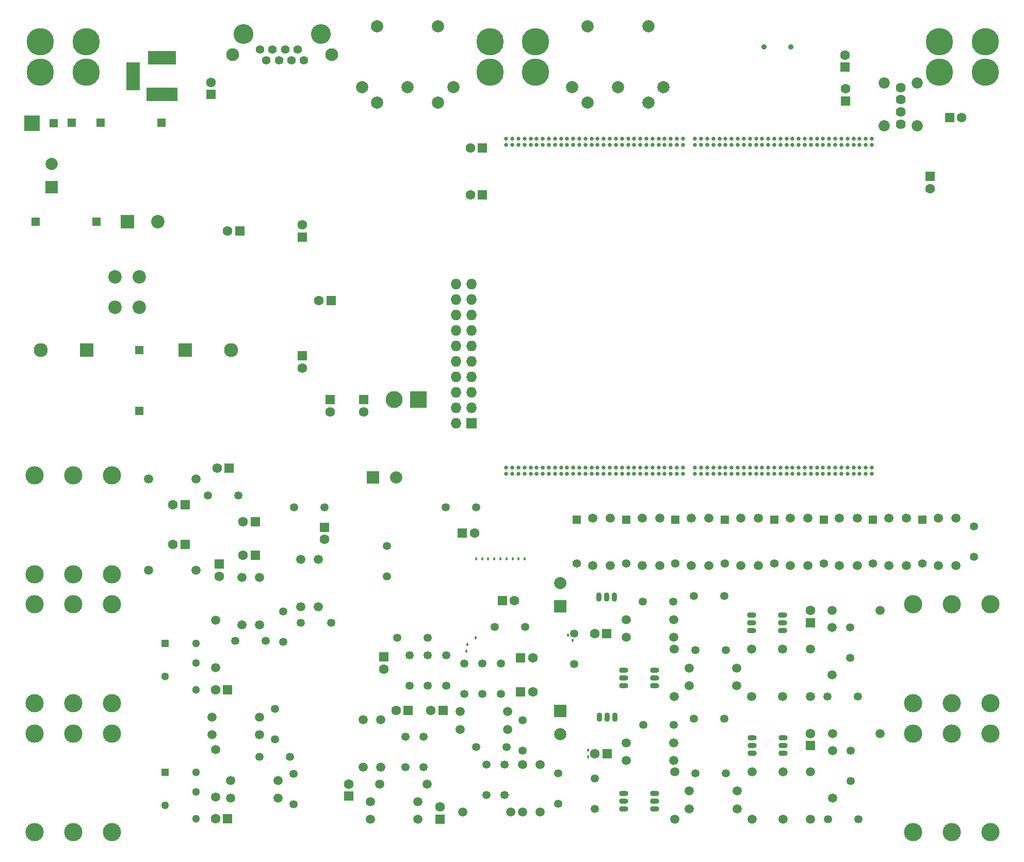
<source format=gbs>
%FSLAX34Y34*%
G04 Gerber Fmt 3.4, Leading zero omitted, Abs format*
G04 (created by PCBNEW (2014-03-19 BZR 4756)-product) date Ter 03 Jun 2014 10:49:18 BRT*
%MOIN*%
G01*
G70*
G90*
G04 APERTURE LIST*
%ADD10C,0.005906*%
%ADD11C,0.053150*%
%ADD12R,0.055118X0.055118*%
%ADD13C,0.055118*%
%ADD14C,0.059055*%
%ADD15C,0.018000*%
%ADD16R,0.062992X0.062992*%
%ADD17C,0.062992*%
%ADD18O,0.059100X0.035400*%
%ADD19O,0.035400X0.059100*%
%ADD20C,0.026000*%
%ADD21R,0.053150X0.053150*%
%ADD22R,0.078700X0.078700*%
%ADD23C,0.078700*%
%ADD24R,0.086614X0.086614*%
%ADD25C,0.086614*%
%ADD26R,0.090551X0.090551*%
%ADD27C,0.090551*%
%ADD28C,0.118110*%
%ADD29C,0.063780*%
%ADD30C,0.072835*%
%ADD31C,0.035433*%
%ADD32C,0.082677*%
%ADD33C,0.128000*%
%ADD34C,0.078740*%
%ADD35R,0.181102X0.090551*%
%ADD36R,0.200787X0.090551*%
%ADD37R,0.090551X0.181102*%
%ADD38C,0.051181*%
%ADD39R,0.051181X0.051181*%
%ADD40R,0.068000X0.068000*%
%ADD41O,0.068000X0.068000*%
%ADD42R,0.098425X0.098425*%
%ADD43R,0.110000X0.110000*%
%ADD44C,0.110000*%
%ADD45C,0.177165*%
G04 APERTURE END LIST*
G54D10*
G54D11*
X24395Y-36169D03*
X24395Y-34200D03*
G54D12*
X49425Y-32501D03*
G54D13*
X49425Y-35336D03*
G54D12*
X55803Y-32501D03*
G54D13*
X55803Y-35336D03*
G54D12*
X52614Y-32501D03*
G54D13*
X52614Y-35336D03*
G54D12*
X58992Y-32501D03*
G54D13*
X58992Y-35336D03*
G54D14*
X50448Y-32383D03*
X50448Y-35454D03*
X56826Y-32383D03*
X56826Y-35454D03*
X51590Y-32383D03*
X51590Y-35454D03*
X57968Y-32383D03*
X57968Y-35454D03*
X53637Y-32383D03*
X53637Y-35454D03*
X60015Y-32383D03*
X60015Y-35454D03*
X54779Y-32383D03*
X54779Y-35454D03*
X61157Y-32383D03*
X61157Y-35454D03*
X48391Y-32383D03*
X48391Y-35454D03*
X42013Y-32383D03*
X42013Y-35454D03*
X47250Y-32383D03*
X47250Y-35454D03*
X40872Y-32383D03*
X40872Y-35454D03*
X45202Y-32383D03*
X45202Y-35454D03*
X38824Y-32383D03*
X38824Y-35454D03*
X44061Y-32383D03*
X44061Y-35454D03*
X37683Y-32383D03*
X37683Y-35454D03*
G54D12*
X46226Y-32501D03*
G54D13*
X46226Y-35336D03*
G54D12*
X39848Y-32501D03*
G54D13*
X39848Y-35336D03*
G54D12*
X43037Y-32501D03*
G54D13*
X43037Y-35336D03*
G54D12*
X36659Y-32501D03*
G54D13*
X36659Y-35336D03*
G54D15*
X30110Y-40112D03*
X29534Y-40996D03*
X29590Y-40554D03*
G54D11*
X31753Y-43763D03*
X31753Y-41795D03*
G54D16*
X33031Y-41437D03*
G54D17*
X33818Y-41437D03*
G54D11*
X30570Y-43763D03*
X30570Y-41795D03*
G54D16*
X33031Y-43622D03*
G54D17*
X33818Y-43622D03*
G54D11*
X29389Y-43763D03*
X29389Y-41795D03*
G54D16*
X28011Y-44822D03*
G54D17*
X27224Y-44822D03*
G54D11*
X28210Y-43210D03*
X28210Y-41242D03*
G54D16*
X25767Y-44822D03*
G54D17*
X24980Y-44822D03*
G54D11*
X27029Y-43210D03*
X27029Y-41242D03*
X25848Y-43210D03*
X25848Y-41242D03*
X33307Y-39429D03*
X31338Y-39429D03*
G54D16*
X31850Y-37736D03*
G54D17*
X32637Y-37736D03*
G54D16*
X24173Y-41358D03*
G54D17*
X24173Y-42145D03*
G54D11*
X25061Y-40120D03*
X27029Y-40120D03*
G54D14*
X13307Y-42047D03*
X13307Y-38976D03*
X13307Y-50413D03*
X13307Y-47342D03*
X18828Y-35049D03*
X18828Y-38120D03*
X15015Y-36236D03*
X15015Y-39307D03*
X13094Y-46405D03*
X16165Y-46405D03*
X14275Y-50488D03*
X17346Y-50488D03*
X19970Y-35049D03*
X19970Y-38120D03*
X16157Y-36236D03*
X16157Y-39307D03*
X13094Y-45263D03*
X16165Y-45263D03*
X14275Y-49346D03*
X17346Y-49346D03*
G54D16*
X15885Y-32618D03*
G54D17*
X15098Y-32618D03*
G54D16*
X15885Y-34803D03*
G54D17*
X15098Y-34803D03*
G54D16*
X14094Y-43484D03*
G54D17*
X13307Y-43484D03*
G54D16*
X14094Y-51830D03*
G54D17*
X13307Y-51830D03*
G54D11*
X18820Y-39147D03*
X20789Y-39147D03*
X14602Y-40330D03*
X16570Y-40330D03*
X17145Y-46692D03*
X17145Y-44724D03*
X18370Y-50901D03*
X18370Y-48933D03*
X17696Y-38425D03*
X17696Y-40393D03*
X16141Y-47814D03*
X18110Y-47814D03*
G54D14*
X33159Y-51397D03*
X33159Y-48326D03*
X34301Y-51397D03*
X34301Y-48326D03*
X32372Y-51397D03*
X29301Y-51397D03*
X26397Y-50728D03*
X23326Y-50728D03*
X23326Y-51870D03*
X26397Y-51870D03*
X32185Y-44901D03*
X29114Y-44901D03*
X32185Y-46043D03*
X29114Y-46043D03*
X23907Y-49586D03*
X26978Y-49586D03*
X22854Y-48503D03*
X22854Y-45433D03*
X23996Y-45413D03*
X23996Y-48484D03*
G54D11*
X30816Y-50295D03*
X30816Y-48326D03*
X31998Y-50295D03*
X31998Y-48326D03*
X26761Y-48484D03*
X26761Y-46515D03*
X25580Y-48484D03*
X25580Y-46515D03*
X35462Y-48877D03*
X35462Y-50846D03*
G54D16*
X27814Y-51850D03*
G54D17*
X27814Y-51062D03*
G54D11*
X33169Y-47421D03*
X33169Y-45452D03*
X32135Y-47204D03*
X30167Y-47204D03*
G54D16*
X21909Y-50374D03*
G54D17*
X21909Y-49586D03*
G54D11*
X44212Y-37421D03*
X46181Y-37421D03*
X54330Y-39468D03*
X54330Y-41437D03*
G54D16*
X51751Y-39153D03*
G54D17*
X51751Y-38366D03*
G54D11*
X46279Y-40925D03*
X44311Y-40925D03*
X40925Y-37795D03*
X42893Y-37795D03*
G54D16*
X38602Y-39862D03*
G54D17*
X37814Y-39862D03*
G54D11*
X36496Y-41830D03*
X36496Y-39862D03*
G54D18*
X49960Y-39153D03*
X49960Y-38653D03*
X49960Y-39653D03*
X47952Y-39153D03*
X47952Y-38653D03*
X47952Y-39653D03*
X41673Y-42736D03*
X41673Y-42236D03*
X41673Y-43236D03*
X39685Y-42736D03*
X39685Y-42236D03*
X39685Y-43236D03*
G54D19*
X38602Y-37500D03*
X38102Y-37500D03*
X39102Y-37500D03*
G54D14*
X53169Y-38366D03*
X56240Y-38366D03*
X53169Y-39468D03*
X53169Y-42539D03*
X51751Y-43917D03*
X51751Y-40846D03*
X49960Y-43917D03*
X49960Y-40846D03*
X47952Y-43917D03*
X47952Y-40846D03*
X43917Y-43228D03*
X46988Y-43228D03*
X43917Y-42086D03*
X46988Y-42086D03*
X42913Y-40098D03*
X39842Y-40098D03*
X42952Y-40846D03*
X42952Y-43917D03*
X42913Y-38956D03*
X39842Y-38956D03*
X42933Y-46909D03*
X39862Y-46909D03*
X42972Y-48799D03*
X42972Y-51870D03*
X42933Y-48051D03*
X39862Y-48051D03*
X43937Y-50039D03*
X47007Y-50039D03*
X43937Y-51181D03*
X47007Y-51181D03*
X47972Y-51870D03*
X47972Y-48799D03*
X49980Y-51870D03*
X49980Y-48799D03*
X51771Y-51870D03*
X51771Y-48799D03*
X53188Y-47421D03*
X53188Y-50492D03*
X53188Y-46318D03*
X56259Y-46318D03*
G54D19*
X38622Y-45255D03*
X38122Y-45255D03*
X39122Y-45255D03*
G54D18*
X39704Y-50688D03*
X39704Y-50188D03*
X39704Y-51188D03*
X41692Y-50688D03*
X41692Y-50188D03*
X41692Y-51188D03*
X47972Y-47106D03*
X47972Y-46606D03*
X47972Y-47606D03*
X49980Y-47106D03*
X49980Y-46606D03*
X49980Y-47606D03*
G54D11*
X37834Y-51181D03*
X37834Y-49212D03*
G54D16*
X38622Y-47618D03*
G54D17*
X37834Y-47618D03*
G54D11*
X40944Y-45748D03*
X42913Y-45748D03*
X46299Y-48877D03*
X44330Y-48877D03*
G54D16*
X51771Y-47106D03*
G54D17*
X51771Y-46318D03*
G54D11*
X54350Y-47421D03*
X54350Y-49389D03*
X44232Y-45374D03*
X46200Y-45374D03*
G54D20*
X55720Y-29133D03*
X55720Y-29527D03*
X55326Y-29133D03*
X55326Y-29527D03*
X54933Y-29133D03*
X54933Y-29527D03*
X54539Y-29133D03*
X54539Y-29527D03*
X54145Y-29133D03*
X54145Y-29527D03*
X53751Y-29133D03*
X53751Y-29527D03*
X53358Y-29133D03*
X53358Y-29527D03*
X52964Y-29133D03*
X52964Y-29527D03*
X52570Y-29133D03*
X52570Y-29527D03*
X52177Y-29133D03*
X52177Y-29527D03*
X51783Y-29133D03*
X51783Y-29527D03*
X51389Y-29133D03*
X51389Y-29527D03*
X50996Y-29133D03*
X50996Y-29527D03*
X50602Y-29133D03*
X50602Y-29527D03*
X50208Y-29133D03*
X50208Y-29527D03*
X49814Y-29133D03*
X49814Y-29527D03*
X49421Y-29133D03*
X49421Y-29527D03*
X49027Y-29133D03*
X49027Y-29527D03*
X48633Y-29133D03*
X48633Y-29527D03*
X48240Y-29133D03*
X48240Y-29527D03*
X47846Y-29133D03*
X47846Y-29527D03*
X47452Y-29133D03*
X47452Y-29527D03*
X47059Y-29133D03*
X47059Y-29527D03*
X46665Y-29133D03*
X46665Y-29527D03*
X46271Y-29133D03*
X46271Y-29527D03*
X45877Y-29133D03*
X45877Y-29527D03*
X45484Y-29133D03*
X45484Y-29527D03*
X45090Y-29133D03*
X45090Y-29527D03*
X44696Y-29133D03*
X44696Y-29527D03*
X44303Y-29133D03*
X44303Y-29527D03*
X43515Y-29133D03*
X43515Y-29527D03*
X43122Y-29133D03*
X43122Y-29527D03*
X42728Y-29133D03*
X42728Y-29527D03*
X42334Y-29133D03*
X42334Y-29527D03*
X41940Y-29133D03*
X41940Y-29527D03*
X41547Y-29133D03*
X41547Y-29527D03*
X41153Y-29133D03*
X41153Y-29527D03*
X40759Y-29133D03*
X40759Y-29527D03*
X40366Y-29133D03*
X40366Y-29527D03*
X39972Y-29133D03*
X39972Y-29527D03*
X39578Y-29133D03*
X39578Y-29527D03*
X39185Y-29133D03*
X39185Y-29527D03*
X38791Y-29133D03*
X38791Y-29527D03*
X38397Y-29133D03*
X38397Y-29527D03*
X38003Y-29133D03*
X38003Y-29527D03*
X37610Y-29133D03*
X37610Y-29527D03*
X37216Y-29133D03*
X37216Y-29527D03*
X36822Y-29133D03*
X36822Y-29527D03*
X36429Y-29133D03*
X36429Y-29527D03*
X36035Y-29133D03*
X36035Y-29527D03*
X35641Y-29133D03*
X35641Y-29527D03*
X35248Y-29133D03*
X35248Y-29527D03*
X34854Y-29133D03*
X34854Y-29527D03*
X34460Y-29133D03*
X34460Y-29527D03*
X34066Y-29133D03*
X34066Y-29527D03*
X33673Y-29133D03*
X33673Y-29527D03*
X33279Y-29133D03*
X33279Y-29527D03*
X32885Y-29133D03*
X32885Y-29527D03*
X32492Y-29133D03*
X32492Y-29527D03*
X32098Y-29133D03*
X32098Y-29527D03*
X55720Y-7874D03*
X55720Y-8267D03*
X55326Y-7874D03*
X55326Y-8267D03*
X54933Y-7874D03*
X54933Y-8267D03*
X54539Y-7874D03*
X54539Y-8267D03*
X54145Y-7874D03*
X54145Y-8267D03*
X53751Y-7874D03*
X53751Y-8267D03*
X53358Y-7874D03*
X53358Y-8267D03*
X52964Y-7874D03*
X52964Y-8267D03*
X52570Y-7874D03*
X52570Y-8267D03*
X52177Y-7874D03*
X52177Y-8267D03*
X51783Y-7874D03*
X51783Y-8267D03*
X51389Y-7874D03*
X51389Y-8267D03*
X50996Y-7874D03*
X50996Y-8267D03*
X50602Y-7874D03*
X50602Y-8267D03*
X50208Y-7874D03*
X50208Y-8267D03*
X49814Y-7874D03*
X49814Y-8267D03*
X49421Y-7874D03*
X49421Y-8267D03*
X49027Y-7874D03*
X49027Y-8267D03*
X48633Y-7874D03*
X48633Y-8267D03*
X48240Y-7874D03*
X48240Y-8267D03*
X47846Y-7874D03*
X47846Y-8267D03*
X47452Y-7874D03*
X47452Y-8267D03*
X47059Y-7874D03*
X47059Y-8267D03*
X46665Y-7874D03*
X46665Y-8267D03*
X46271Y-7874D03*
X46271Y-8267D03*
X45877Y-7874D03*
X45877Y-8267D03*
X45484Y-7874D03*
X45484Y-8267D03*
X45090Y-7874D03*
X45090Y-8267D03*
X44696Y-7874D03*
X44696Y-8267D03*
X44303Y-7874D03*
X44303Y-8267D03*
X43515Y-7874D03*
X43515Y-8267D03*
X43122Y-7874D03*
X43122Y-8267D03*
X42728Y-7874D03*
X42728Y-8267D03*
X42334Y-7874D03*
X42334Y-8267D03*
X41940Y-7874D03*
X41940Y-8267D03*
X41547Y-7874D03*
X41547Y-8267D03*
X41153Y-7874D03*
X41153Y-8267D03*
X40759Y-7874D03*
X40759Y-8267D03*
X40366Y-7874D03*
X40366Y-8267D03*
X39972Y-7874D03*
X39972Y-8267D03*
X39578Y-7874D03*
X39578Y-8267D03*
X39185Y-7874D03*
X39185Y-8267D03*
X38791Y-7874D03*
X38791Y-8267D03*
X38397Y-7874D03*
X38397Y-8267D03*
X38003Y-7874D03*
X38003Y-8267D03*
X37610Y-7874D03*
X37610Y-8267D03*
X37216Y-7874D03*
X37216Y-8267D03*
X36822Y-7874D03*
X36822Y-8267D03*
X36429Y-7874D03*
X36429Y-8267D03*
X36035Y-7874D03*
X36035Y-8267D03*
X35641Y-7874D03*
X35641Y-8267D03*
X35248Y-7874D03*
X35248Y-8267D03*
X34854Y-7874D03*
X34854Y-8267D03*
X34460Y-7874D03*
X34460Y-8267D03*
X34066Y-7874D03*
X34066Y-8267D03*
X33673Y-7874D03*
X33673Y-8267D03*
X33279Y-7874D03*
X33279Y-8267D03*
X32885Y-7874D03*
X32885Y-8267D03*
X32492Y-7874D03*
X32492Y-8267D03*
X32098Y-7874D03*
X32098Y-8267D03*
G54D16*
X18917Y-14212D03*
G54D17*
X18917Y-13425D03*
G54D16*
X18917Y-21889D03*
G54D17*
X18917Y-22677D03*
G54D16*
X20787Y-18336D03*
G54D17*
X20000Y-18336D03*
G54D16*
X22893Y-24724D03*
G54D17*
X22893Y-25511D03*
G54D16*
X30570Y-11496D03*
G54D17*
X29783Y-11496D03*
G54D16*
X30570Y-8464D03*
G54D17*
X29783Y-8464D03*
G54D16*
X60738Y-6476D03*
G54D17*
X61525Y-6476D03*
G54D16*
X53976Y-3238D03*
G54D17*
X53976Y-2450D03*
G54D21*
X5885Y-6811D03*
X9822Y-6811D03*
G54D22*
X2736Y-10986D03*
G54D23*
X2736Y-9486D03*
G54D16*
X14881Y-13818D03*
G54D17*
X14094Y-13818D03*
G54D16*
X54005Y-5413D03*
G54D17*
X54005Y-4625D03*
G54D16*
X59498Y-10295D03*
G54D17*
X59498Y-11082D03*
G54D16*
X13011Y-5000D03*
G54D17*
X13011Y-4212D03*
G54D21*
X5610Y-13228D03*
X1673Y-13228D03*
G54D24*
X7618Y-13228D03*
G54D25*
X9586Y-13228D03*
G54D26*
X11358Y-21515D03*
G54D27*
X14311Y-21515D03*
G54D26*
X4980Y-21515D03*
G54D27*
X2027Y-21515D03*
G54D21*
X8385Y-21515D03*
X8385Y-25452D03*
G54D22*
X35590Y-38092D03*
G54D23*
X35590Y-36592D03*
G54D22*
X35590Y-44860D03*
G54D23*
X35590Y-46360D03*
G54D16*
X20354Y-32984D03*
G54D17*
X20354Y-33771D03*
G54D16*
X29251Y-33346D03*
G54D17*
X30039Y-33346D03*
G54D11*
X18385Y-31692D03*
X20354Y-31692D03*
X28188Y-31692D03*
X30157Y-31692D03*
G54D16*
X14192Y-29153D03*
G54D17*
X13405Y-29153D03*
G54D11*
X14783Y-30925D03*
X12814Y-30925D03*
G54D16*
X13543Y-35374D03*
G54D17*
X13543Y-36161D03*
G54D16*
X11358Y-34094D03*
G54D17*
X10570Y-34094D03*
G54D16*
X11358Y-31535D03*
G54D17*
X10570Y-31535D03*
G54D15*
X36386Y-40285D03*
X37401Y-47839D03*
X37401Y-47396D03*
X36073Y-39972D03*
G54D28*
X60901Y-44360D03*
X63401Y-44360D03*
X58401Y-44360D03*
X60901Y-37970D03*
X63401Y-37970D03*
X58401Y-37970D03*
X60901Y-52706D03*
X63401Y-52706D03*
X58401Y-52706D03*
X60901Y-46316D03*
X63401Y-46316D03*
X58401Y-46316D03*
X4137Y-37970D03*
X1637Y-37970D03*
X6637Y-37970D03*
X4137Y-44360D03*
X1637Y-44360D03*
X6637Y-44360D03*
X4137Y-46316D03*
X1637Y-46316D03*
X6637Y-46316D03*
X4137Y-52706D03*
X1637Y-52706D03*
X6637Y-52706D03*
X4137Y-29624D03*
X1637Y-29624D03*
X6637Y-29624D03*
X4137Y-36013D03*
X1637Y-36013D03*
X6637Y-36013D03*
G54D29*
X57588Y-4551D03*
X57588Y-5338D03*
X57588Y-6125D03*
G54D30*
X58659Y-4263D03*
G54D29*
X57588Y-6913D03*
G54D30*
X58659Y-7019D03*
X56517Y-4263D03*
X56517Y-7019D03*
G54D31*
X50492Y-1919D03*
X48759Y-1919D03*
G54D32*
X20807Y-2440D03*
X14405Y-2440D03*
G54D13*
X19011Y-2790D03*
X18208Y-2790D03*
X17405Y-2790D03*
X16602Y-2790D03*
X17807Y-2090D03*
X17003Y-2090D03*
X18610Y-2090D03*
X16200Y-2090D03*
G54D33*
X15106Y-1090D03*
X20106Y-1090D03*
G54D34*
X37342Y-5511D03*
X37342Y-590D03*
X36358Y-4527D03*
X39311Y-4527D03*
X42263Y-4527D03*
X41279Y-5511D03*
X41279Y-590D03*
X23759Y-5511D03*
X23759Y-590D03*
X22775Y-4527D03*
X25728Y-4527D03*
X28681Y-4527D03*
X27696Y-5511D03*
X27696Y-590D03*
G54D35*
X9842Y-2637D03*
G54D36*
X9842Y-5000D03*
G54D37*
X7992Y-3818D03*
G54D38*
X12043Y-50098D03*
X12043Y-51830D03*
X10043Y-50964D03*
X12043Y-48838D03*
G54D39*
X10043Y-48838D03*
G54D38*
X12043Y-41751D03*
X12043Y-43484D03*
X10043Y-42618D03*
X12043Y-40492D03*
G54D39*
X10043Y-40492D03*
G54D25*
X6811Y-18759D03*
X6811Y-16791D03*
X8385Y-16791D03*
X8385Y-18759D03*
G54D40*
X29870Y-26242D03*
G54D41*
X28870Y-26242D03*
X29870Y-25242D03*
X28870Y-25242D03*
X29870Y-24242D03*
X28870Y-24242D03*
X29870Y-23242D03*
X28870Y-23242D03*
X29870Y-22242D03*
X28870Y-22242D03*
X29870Y-21242D03*
X28870Y-21242D03*
X29870Y-20242D03*
X28870Y-20242D03*
X29870Y-19242D03*
X28870Y-19242D03*
X29870Y-18242D03*
X28870Y-18242D03*
X29870Y-17242D03*
X28870Y-17242D03*
G54D12*
X2858Y-6842D03*
X4015Y-6830D03*
G54D42*
X1456Y-6870D03*
G54D16*
X20708Y-24724D03*
G54D17*
X20708Y-25511D03*
G54D43*
X26417Y-24724D03*
G54D44*
X24858Y-24724D03*
G54D14*
X12047Y-35767D03*
X8976Y-35767D03*
X8976Y-29862D03*
X12047Y-29862D03*
G54D22*
X23501Y-29744D03*
G54D23*
X25001Y-29744D03*
G54D11*
X54842Y-51870D03*
X52874Y-51870D03*
X54822Y-43917D03*
X52854Y-43917D03*
G54D15*
X30147Y-35009D03*
X30541Y-35009D03*
X30935Y-35009D03*
X31328Y-35009D03*
X31722Y-35009D03*
X32116Y-35009D03*
X32509Y-35009D03*
X32903Y-35009D03*
X33297Y-35009D03*
G54D11*
X62322Y-34903D03*
X62322Y-32935D03*
G54D45*
X4940Y-3574D03*
X1988Y-3574D03*
X4940Y-1606D03*
X1988Y-1606D03*
X63051Y-3574D03*
X60098Y-3574D03*
X63051Y-1606D03*
X60098Y-1606D03*
X33996Y-3574D03*
X31043Y-3574D03*
X33996Y-1606D03*
X31043Y-1606D03*
M02*

</source>
